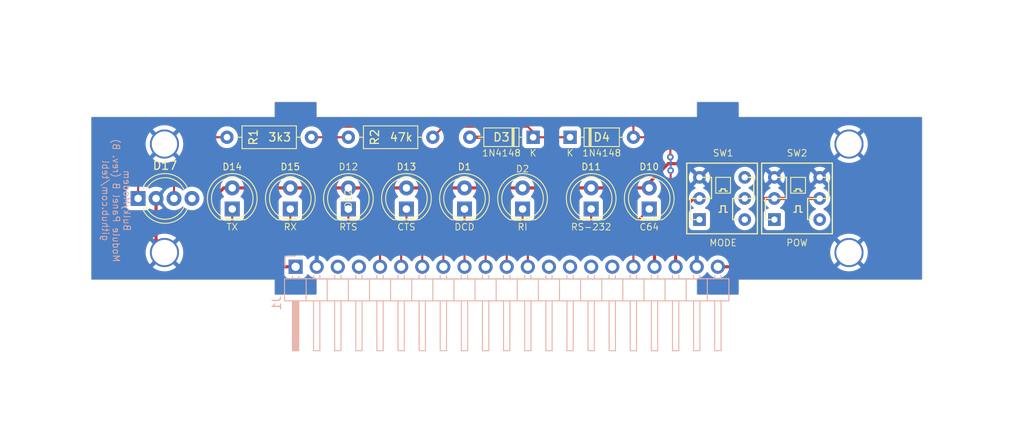
<source format=kicad_pcb>
(kicad_pcb (version 20240108) (generator "pcbnew") (generator_version "8.0")
  (layers (0 "F.Cu" signal) (31 "B.Cu" signal) (34 "B.Paste" user) (35 "F.Paste" user) (36 "B.SilkS" user "B.Silkscreen") (37 "F.SilkS" user "F.Silkscreen") (38 "B.Mask" user) (39 "F.Mask" user) (44 "Edge.Cuts" user))
  (net 0 "")
  (net 1 "GND")
  (net 2 "VCC")
  (net 3 "/LED.DCD")
  (net 4 "/LED.RI")
  (net 5 "Net-(D3-K)")
  (net 6 "/LED.C64")
  (net 7 "/LED.RS232")
  (net 8 "/LED.RTS")
  (net 9 "SW_MODE")
  (net 10 "SW_PWR")
  (net 11 "/LED.CTS")
  (net 12 "/LED.TX")
  (net 13 "/LED.RX")
  (net 14 "VSB")
  (net 15 "Net-(D17-GA)")
  (net 16 "Net-(D17-RA)")
  (footprint "mounting:M3_pin" (layer "F.Cu") (at 99.915 129.099)
    (property "Reference" "M1" (hide yes))
    (property "Value" "Mounting_Pin" (hide yes))
    (pad "1" thru_hole circle (at 0 0) (size 3.5 3.5) (drill 3.048) (layers "*.Cu" "*.Mask") (net 1 "GND"))
  )
  (footprint "mounting:M3_pin" (layer "F.Cu") (at 182.265 129.099)
    (property "Reference" "M2" (hide yes))
    (property "Value" "Mounting_Pin" (hide yes))
    (pad "1" thru_hole circle (at 0 0) (size 3.5 3.5) (drill 3.048) (layers "*.Cu" "*.Mask") (net 1 "GND"))
  )
  (footprint "mounting:M3_pin" (layer "F.Cu") (at 182.265 116.049)
    (property "Reference" "M3" (hide yes))
    (property "Value" "Mounting_Pin" (hide yes))
    (pad "1" thru_hole circle (at 0 0) (size 3.5 3.5) (drill 3.048) (layers "*.Cu" "*.Mask") (net 1 "GND"))
  )
  (footprint "mounting:M3_pin" (layer "F.Cu") (at 99.915 116.049)
    (property "Reference" "M4" (hide yes))
    (property "Value" "Mounting_Pin" (hide yes))
    (pad "1" thru_hole circle (at 0 0) (size 3.5 3.5) (drill 3.048) (layers "*.Cu" "*.Mask") (net 1 "GND"))
  )
  (footprint "LED_THT:LED_D5.0mm" (layer "F.Cu") (at 158.235 123.865 90)
    (property "Reference" "D10" (at 5.08 0 180) (layer "F.SilkS") (effects (font (size 0.8 0.8) (thickness 0.1))))
    (property "Value" "C64" (at -2.159 0 180) (layer "F.SilkS") (effects (font (size 0.8 0.8) (thickness 0.1))))
    (fp_line (start -1.29 -1.545) (end -1.29 1.545) (stroke (width 0.12)) (layer "F.SilkS"))
    (fp_arc (start -1.29 -1.54483) (mid 2.072002 -2.880433) (end 4.26 0.000462) (stroke (width 0.12)) (layer "F.SilkS"))
    (fp_arc (start 4.26 -0.000462) (mid 2.072002 2.880433) (end -1.29 1.54483) (stroke (width 0.12)) (layer "F.SilkS"))
    (fp_circle (center 1.27 0) (end 3.77 0) (stroke (width 0.12)) (fill none) (layer "F.SilkS"))
    (fp_text user "${REFERENCE}" (at 5.08 0 180) (layer "F.SilkS") (effects (font (size 0.8 0.8) (thickness 0.1))))
    (pad "1" thru_hole rect (at 0 0 90) (size 1.8 1.8) (drill 0.9) (layers "*.Cu" "*.Mask") (net 6 "/LED.C64"))
    (pad "2" thru_hole circle (at 2.54 0 90) (size 1.8 1.8) (drill 0.9) (layers "*.Cu" "*.Mask") (net 2 "VCC"))
  )
  (footprint "LED_THT:LED_D5.0mm" (layer "F.Cu") (at 151.25 123.865 90)
    (property "Reference" "D11" (at 5.08 0 180) (layer "F.SilkS") (effects (font (size 0.8 0.8) (thickness 0.1))))
    (property "Value" "RS-232" (at -2.159 0 180) (layer "F.SilkS") (effects (font (size 0.8 0.8) (thickness 0.1))))
    (fp_line (start -1.29 -1.545) (end -1.29 1.545) (stroke (width 0.12)) (layer "F.SilkS"))
    (fp_arc (start -1.29 -1.54483) (mid 2.072002 -2.880433) (end 4.26 0.000462) (stroke (width 0.12)) (layer "F.SilkS"))
    (fp_arc (start 4.26 -0.000462) (mid 2.072002 2.880433) (end -1.29 1.54483) (stroke (width 0.12)) (layer "F.SilkS"))
    (fp_circle (center 1.27 0) (end 3.77 0) (stroke (width 0.12)) (fill none) (layer "F.SilkS"))
    (fp_text user "${REFERENCE}" (at 5.08 0 180) (layer "F.SilkS") (effects (font (size 0.8 0.8) (thickness 0.1))))
    (pad "1" thru_hole rect (at 0 0 90) (size 1.8 1.8) (drill 0.9) (layers "*.Cu" "*.Mask") (net 7 "/LED.RS232"))
    (pad "2" thru_hole circle (at 2.54 0 90) (size 1.8 1.8) (drill 0.9) (layers "*.Cu" "*.Mask") (net 2 "VCC"))
  )
  (footprint "LED_THT:LED_D5.0mm" (layer "F.Cu") (at 122.04 123.865 90)
    (property "Reference" "D12" (at 5.08 0 180) (layer "F.SilkS") (effects (font (size 0.8 0.8) (thickness 0.1))))
    (property "Value" "RTS" (at -2.159 0 180) (layer "F.SilkS") (effects (font (size 0.8 0.8) (thickness 0.1))))
    (fp_line (start -1.29 -1.545) (end -1.29 1.545) (stroke (width 0.12)) (layer "F.SilkS"))
    (fp_arc (start -1.29 -1.54483) (mid 2.072002 -2.880433) (end 4.26 0.000462) (stroke (width 0.12)) (layer "F.SilkS"))
    (fp_arc (start 4.26 -0.000462) (mid 2.072002 2.880433) (end -1.29 1.54483) (stroke (width 0.12)) (layer "F.SilkS"))
    (fp_circle (center 1.27 0) (end 3.77 0) (stroke (width 0.12)) (fill none) (layer "F.SilkS"))
    (fp_text user "${REFERENCE}" (at 1.25 0 90) (layer "F.SilkS") (effects (font (size 0.8 0.8) (thickness 0.1))))
    (pad "1" thru_hole rect (at 0 0 90) (size 1.8 1.8) (drill 0.9) (layers "*.Cu" "*.Mask") (net 8 "/LED.RTS"))
    (pad "2" thru_hole circle (at 2.54 0 90) (size 1.8 1.8) (drill 0.9) (layers "*.Cu" "*.Mask") (net 2 "VCC"))
  )
  (footprint "LED_THT:LED_D5.0mm" (layer "F.Cu") (at 129.025 123.865 90)
    (property "Reference" "D13" (at 5.08 0 180) (layer "F.SilkS") (effects (font (size 0.8 0.8) (thickness 0.1))))
    (property "Value" "CTS" (at -2.159 0 180) (layer "F.SilkS") (effects (font (size 0.8 0.8) (thickness 0.1))))
    (fp_line (start -1.29 -1.545) (end -1.29 1.545) (stroke (width 0.12)) (layer "F.SilkS"))
    (fp_arc (start -1.29 -1.54483) (mid 2.072002 -2.880433) (end 4.26 0.000462) (stroke (width 0.12)) (layer "F.SilkS"))
    (fp_arc (start 4.26 -0.000462) (mid 2.072002 2.880433) (end -1.29 1.54483) (stroke (width 0.12)) (layer "F.SilkS"))
    (fp_circle (center 1.27 0) (end 3.77 0) (stroke (width 0.12)) (fill none) (layer "F.SilkS"))
    (fp_text user "${REFERENCE}" (at 5.08 0 180) (layer "F.SilkS") (effects (font (size 0.8 0.8) (thickness 0.1))))
    (pad "1" thru_hole rect (at 0 0 90) (size 1.8 1.8) (drill 0.9) (layers "*.Cu" "*.Mask") (net 11 "/LED.CTS"))
    (pad "2" thru_hole circle (at 2.54 0 90) (size 1.8 1.8) (drill 0.9) (layers "*.Cu" "*.Mask") (net 2 "VCC"))
  )
  (footprint "LED_THT:LED_D5.0mm" (layer "F.Cu") (at 115.055 123.865 90)
    (property "Reference" "D15" (at 5.08 0 180) (layer "F.SilkS") (effects (font (size 0.8 0.8) (thickness 0.1))))
    (property "Value" "RX" (at -2.159 0 180) (layer "F.SilkS") (effects (font (size 0.8 0.8) (thickness 0.1))))
    (fp_line (start -1.29 -1.545) (end -1.29 1.545) (stroke (width 0.12)) (layer "F.SilkS"))
    (fp_arc (start -1.29 -1.54483) (mid 2.072002 -2.880433) (end 4.26 0.000462) (stroke (width 0.12)) (layer "F.SilkS"))
    (fp_arc (start 4.26 -0.000462) (mid 2.072002 2.880433) (end -1.29 1.54483) (stroke (width 0.12)) (layer "F.SilkS"))
    (fp_circle (center 1.27 0) (end 3.77 0) (stroke (width 0.12)) (fill none) (layer "F.SilkS"))
    (fp_text user "${REFERENCE}" (at 5.08 0 180) (layer "F.SilkS") (effects (font (size 0.8 0.8) (thickness 0.1))))
    (pad "1" thru_hole rect (at 0 0 90) (size 1.8 1.8) (drill 0.9) (layers "*.Cu" "*.Mask") (net 13 "/LED.RX"))
    (pad "2" thru_hole circle (at 2.54 0 90) (size 1.8 1.8) (drill 0.9) (layers "*.Cu" "*.Mask") (net 2 "VCC"))
  )
  (footprint "6pin_switch:dpdt_switch_black" (layer "F.Cu") (at 166.998 122.595)
    (property "Reference" "SW1" (at 0.127 -5.461 0) (layer "F.SilkS") (effects (font (size 0.8 0.8) (thickness 0.1))))
    (property "Value" "MODE" (at 0.127 5.334 0) (layer "F.SilkS") (effects (font (size 0.8 0.8) (thickness 0.1))))
    (fp_line (start -4.25 -4.25) (end -4.25 4.25) (stroke (width 0.15)) (layer "F.SilkS"))
    (fp_line (start -4.25 -4.25) (end 4.25 -4.25) (stroke (width 0.15)) (layer "F.SilkS"))
    (fp_line (start -4.25 4.25) (end 4.25 4.25) (stroke (width 0.15)) (layer "F.SilkS"))
    (fp_line (start -3.81 0) (end -3.81 2.54) (stroke (width 0.15)) (layer "F.SilkS"))
    (fp_line (start -3.81 2.54) (end -3.175 2.54) (stroke (width 0.15)) (layer "F.SilkS"))
    (fp_line (start -3.175 0) (end -3.81 0) (stroke (width 0.15)) (layer "F.SilkS"))
    (fp_line (start -2.286 0) (end -1.27 0) (stroke (width 0.15)) (layer "F.SilkS"))
    (fp_line (start -1.27 -2.54) (end -2.286 -2.54) (stroke (width 0.15)) (layer "F.SilkS"))
    (fp_line (start -1.27 0) (end -1.27 -2.54) (stroke (width 0.15)) (layer "F.SilkS"))
    (fp_line (start -0.762 -2.54) (end 1.016 -2.54) (stroke (width 0.12)) (layer "F.SilkS"))
    (fp_line (start -0.762 -0.635) (end -0.762 -2.54) (stroke (width 0.12)) (layer "F.SilkS"))
    (fp_line (start -0.381 -0.889) (end -0.127 -0.889) (stroke (width 0.15)) (layer "F.SilkS"))
    (fp_line (start -0.381 1.651) (end -0.127 1.651) (stroke (width 0.15)) (layer "F.SilkS"))
    (fp_line (start -0.127 -1.143) (end 0.381 -1.143) (stroke (width 0.15)) (layer "F.SilkS"))
    (fp_line (start -0.127 -0.889) (end -0.127 -1.143) (stroke (width 0.15)) (layer "F.SilkS"))
    (fp_line (start -0.127 0.889) (end 0.381 0.889) (stroke (width 0.15)) (layer "F.SilkS"))
    (fp_line (start -0.127 1.651) (end -0.127 0.889) (stroke (width 0.15)) (layer "F.SilkS"))
    (fp_line (start 0.381 -1.143) (end 0.381 -0.889) (stroke (width 0.15)) (layer "F.SilkS"))
    (fp_line (start 0.381 -0.889) (end 0.635 -0.889) (stroke (width 0.15)) (layer "F.SilkS"))
    (fp_line (start 0.381 0.889) (end 0.381 1.651) (stroke (width 0.15)) (layer "F.SilkS"))
    (fp_line (start 0.381 1.651) (end 0.635 1.651) (stroke (width 0.15)) (layer "F.SilkS"))
    (fp_line (start 1.016 -2.54) (end 1.016 -0.635) (stroke (width 0.12)) (layer "F.SilkS"))
    (fp_line (start 1.016 -0.635) (end -0.762 -0.635) (stroke (width 0.12)) (layer "F.SilkS"))
    (fp_line (start 1.27 0) (end 1.27 2.54) (stroke (width 0.15)) (layer "F.SilkS"))
    (fp_line (start 1.27 2.54) (end 1.905 2.54) (stroke (width 0.15)) (layer "F.SilkS"))
    (fp_line (start 2.286 0) (end 1.27 0) (stroke (width 0.15)) (layer "F.SilkS"))
    (fp_line (start 3.175 -2.54) (end 3.81 -2.54) (stroke (width 0.15)) (layer "F.SilkS"))
    (fp_line (start 3.81 -2.54) (end 3.81 0) (stroke (width 0.15)) (layer "F.SilkS"))
    (fp_line (start 3.81 0) (end 3.175 0) (stroke (width 0.15)) (layer "F.SilkS"))
    (fp_line (start 4.25 -4.25) (end 4.25 4.25) (stroke (width 0.15)) (layer "F.SilkS"))
    (pad "1" thru_hole rect (at -2.725 2.54) (size 1.524 1.524) (drill 0.762) (layers "*.Cu" "*.Mask"))
    (pad "2" thru_hole circle (at -2.725 0) (size 1.524 1.524) (drill 0.762) (layers "*.Cu" "*.Mask") (net 9 "SW_MODE"))
    (pad "3" thru_hole circle (at -2.725 -2.54) (size 1.524 1.524) (drill 0.762) (layers "*.Cu" "*.Mask") (net 1 "GND"))
    (pad "4" thru_hole circle (at 2.725 2.54) (size 1.524 1.524) (drill 0.762) (layers "*.Cu" "*.Mask"))
    (pad "5" thru_hole circle (at 2.725 0) (size 1.524 1.524) (drill 0.762) (layers "*.Cu" "*.Mask"))
    (pad "6" thru_hole circle (at 2.725 -2.54) (size 1.524 1.524) (drill 0.762) (layers "*.Cu" "*.Mask"))
  )
  (footprint "6pin_switch:dpdt_switch_black" (layer "F.Cu") (at 176.015 122.595)
    (property "Reference" "SW2" (at 0 -5.461 0) (layer "F.SilkS") (effects (font (size 0.8 0.8) (thickness 0.1))))
    (property "Value" "POW" (at 0 5.334 0) (layer "F.SilkS") (effects (font (size 0.8 0.8) (thickness 0.1))))
    (fp_line (start -4.25 -4.25) (end -4.25 4.25) (stroke (width 0.15)) (layer "F.SilkS"))
    (fp_line (start -4.25 -4.25) (end 4.25 -4.25) (stroke (width 0.15)) (layer "F.SilkS"))
    (fp_line (start -4.25 4.25) (end 4.25 4.25) (stroke (width 0.15)) (layer "F.SilkS"))
    (fp_line (start -3.81 0) (end -3.81 2.54) (stroke (width 0.15)) (layer "F.SilkS"))
    (fp_line (start -3.81 2.54) (end -3.175 2.54) (stroke (width 0.15)) (layer "F.SilkS"))
    (fp_line (start -3.175 0) (end -3.81 0) (stroke (width 0.15)) (layer "F.SilkS"))
    (fp_line (start -2.286 0) (end -1.27 0) (stroke (width 0.15)) (layer "F.SilkS"))
    (fp_line (start -1.27 -2.54) (end -2.286 -2.54) (stroke (width 0.15)) (layer "F.SilkS"))
    (fp_line (start -1.27 0) (end -1.27 -2.54) (stroke (width 0.15)) (layer "F.SilkS"))
    (fp_line (start -0.762 -2.54) (end 1.016 -2.54) (stroke (width 0.12)) (layer "F.SilkS"))
    (fp_line (start -0.762 -0.635) (end -0.762 -2.54) (stroke (width 0.12)) (layer "F.SilkS"))
    (fp_line (start -0.381 -0.889) (end -0.127 -0.889) (stroke (width 0.15)) (layer "F.SilkS"))
    (fp_line (start -0.381 1.651) (end -0.127 1.651) (stroke (width 0.15)) (layer "F.SilkS"))
    (fp_line (start -0.127 -1.143) (end 0.381 -1.143) (stroke (width 0.15)) (layer "F.SilkS"))
    (fp_line (start -0.127 -0.889) (end -0.127 -1.143) (stroke (width 0.15)) (layer "F.SilkS"))
    (fp_line (start -0.127 0.889) (end 0.381 0.889) (stroke (width 0.15)) (layer "F.SilkS"))
    (fp_line (start -0.127 1.651) (end -0.127 0.889) (stroke (width 0.15)) (layer "F.SilkS"))
    (fp_line (start 0.381 -1.143) (end 0.381 -0.889) (stroke (width 0.15)) (layer "F.SilkS"))
    (fp_line (start 0.381 -0.889) (end 0.635 -0.889) (stroke (width 0.15)) (layer "F.SilkS"))
    (fp_line (start 0.381 0.889) (end 0.381 1.651) (stroke (width 0.15)) (layer "F.SilkS"))
    (fp_line (start 0.381 1.651) (end 0.635 1.651) (stroke (width 0.15)) (layer "F.SilkS"))
    (fp_line (start 1.016 -2.54) (end 1.016 -0.635) (stroke (width 0.12)) (layer "F.SilkS"))
    (fp_line (start 1.016 -0.635) (end -0.762 -0.635) (stroke (width 0.12)) (layer "F.SilkS"))
    (fp_line (start 1.27 0) (end 1.27 2.54) (stroke (width 0.15)) (layer "F.SilkS"))
    (fp_line (start 1.27 2.54) (end 1.905 2.54) (stroke (width 0.15)) (layer "F.SilkS"))
    (fp_line (start 2.286 0) (end 1.27 0) (stroke (width 0.15)) (layer "F.SilkS"))
    (fp_line (start 3.175 -2.54) (end 3.81 -2.54) (stroke (width 0.15)) (layer "F.SilkS"))
    (fp_line (start 3.81 -2.54) (end 3.81 0) (stroke (width 0.15)) (layer "F.SilkS"))
    (fp_line (start 3.81 0) (end 3.175 0) (stroke (width 0.15)) (layer "F.SilkS"))
    (fp_line (start 4.25 -4.25) (end 4.25 4.25) (stroke (width 0.15)) (layer "F.SilkS"))
    (pad "1" thru_hole rect (at -2.725 2.54) (size 1.524 1.524) (drill 0.762) (layers "*.Cu" "*.Mask"))
    (pad "2" thru_hole circle (at -2.725 0) (size 1.524 1.524) (drill 0.762) (layers "*.Cu" "*.Mask") (net 10 "SW_PWR"))
    (pad "3" thru_hole circle (at -2.725 -2.54) (size 1.524 1.524) (drill 0.762) (layers "*.Cu" "*.Mask") (net 1 "GND"))
    (pad "4" thru_hole circle (at 2.725 2.54) (size 1.524 1.524) (drill 0.762) (layers "*.Cu" "*.Mask"))
    (pad "5" thru_hole circle (at 2.725 0) (size 1.524 1.524) (drill 0.762) (layers "*.Cu" "*.Mask") (net 10 "SW_PWR"))
    (pad "6" thru_hole circle (at 2.725 -2.54) (size 1.524 1.524) (drill 0.762) (layers "*.Cu" "*.Mask") (net 1 "GND"))
  )
  (footprint "LED_THT:LED_D5.0mm" (layer "F.Cu") (at 136.01 123.865 90)
    (property "Reference" "D1" (at 5.08 0 180) (layer "F.SilkS") (effects (font (size 0.8 0.8) (thickness 0.1))))
    (property "Value" "DCD" (at -2.159 0 180) (layer "F.SilkS") (effects (font (size 0.8 0.8) (thickness 0.1))))
    (fp_line (start -1.29 -1.545) (end -1.29 1.545) (stroke (width 0.12)) (layer "F.SilkS"))
    (fp_arc (start -1.29 -1.54483) (mid 2.072002 -2.880433) (end 4.26 0.000462) (stroke (width 0.12)) (layer "F.SilkS"))
    (fp_arc (start 4.26 -0.000462) (mid 2.072002 2.880433) (end -1.29 1.54483) (stroke (width 0.12)) (layer "F.SilkS"))
    (fp_circle (center 1.27 0) (end 3.77 0) (stroke (width 0.12)) (fill none) (layer "F.SilkS"))
    (fp_text user "${REFERENCE}" (at 5.08 0 180) (layer "F.SilkS") (effects (font (size 0.8 0.8) (thickness 0.1))))
    (pad "1" thru_hole rect (at 0 0 90) (size 1.8 1.8) (drill 0.9) (layers "*.Cu" "*.Mask") (net 3 "/LED.DCD"))
    (pad "2" thru_hole circle (at 2.54 0 90) (size 1.8 1.8) (drill 0.9) (layers "*.Cu" "*.Mask") (net 2 "VCC"))
  )
  (footprint "LED_THT:LED_D5.0mm" (layer "F.Cu") (at 142.995 123.865 90)
    (property "Reference" "D2" (at 4.826 0 180) (layer "F.SilkS") (effects (font (size 0.8 0.8) (thickness 0.1))))
    (property "Value" "RI" (at -2.159 0 180) (layer "F.SilkS") (effects (font (size 0.8 0.8) (thickness 0.1))))
    (fp_line (start -1.29 -1.545) (end -1.29 1.545) (stroke (width 0.12)) (layer "F.SilkS"))
    (fp_arc (start -1.29 -1.54483) (mid 2.072002 -2.880433) (end 4.26 0.000462) (stroke (width 0.12)) (layer "F.SilkS"))
    (fp_arc (start 4.26 -0.000462) (mid 2.072002 2.880433) (end -1.29 1.54483) (stroke (width 0.12)) (layer "F.SilkS"))
    (fp_circle (center 1.27 0) (end 3.77 0) (stroke (width 0.12)) (fill none) (layer "F.SilkS"))
    (pad "1" thru_hole rect (at 0 0 90) (size 1.8 1.8) (drill 0.9) (layers "*.Cu" "*.Mask") (net 4 "/LED.RI"))
    (pad "2" thru_hole circle (at 2.54 0 90) (size 1.8 1.8) (drill 0.9) (layers "*.Cu" "*.Mask") (net 2 "VCC"))
  )
  (footprint "LED_THT:LED_D5.0mm" (layer "F.Cu") (at 108.07 123.865 90)
    (property "Reference" "D14" (at 5.08 0 180) (layer "F.SilkS") (effects (font (size 0.8 0.8) (thickness 0.1))))
    (property "Value" "TX" (at -2.159 0 180) (layer "F.SilkS") (effects (font (size 0.8 0.8) (thickness 0.1))))
    (fp_line (start -1.29 -1.545) (end -1.29 1.545) (stroke (width 0.12)) (layer "F.SilkS"))
    (fp_arc (start -1.29 -1.54483) (mid 2.072002 -2.880433) (end 4.26 0.000462) (stroke (width 0.12)) (layer "F.SilkS"))
    (fp_arc (start 4.26 -0.000462) (mid 2.072002 2.880433) (end -1.29 1.54483) (stroke (width 0.12)) (layer "F.SilkS"))
    (fp_circle (center 1.27 0) (end 3.77 0) (stroke (width 0.12)) (fill none) (layer "F.SilkS"))
    (fp_text user "${REFERENCE}" (at 5.08 0 180) (layer "F.SilkS") (effects (font (size 0.8 0.8) (thickness 0.1))))
    (pad "1" thru_hole rect (at 0 0 90) (size 1.8 1.8) (drill 0.9) (layers "*.Cu" "*.Mask") (net 12 "/LED.TX"))
    (pad "2" thru_hole circle (at 2.54 0 90) (size 1.8 1.8) (drill 0.9) (layers "*.Cu" "*.Mask") (net 2 "VCC"))
  )
  (footprint "Diode_THT:D_DO-35_SOD27_P7.62mm_Horizontal" (layer "F.Cu") (at 144.265 115.229 180)
    (property "Reference" "D3" (at 3.81 0 0) (layer "F.SilkS"))
    (property "Value" "1N4148" (at 3.81 -1.905 0) (layer "F.SilkS") (effects (font (size 0.8 0.8) (thickness 0.1))))
    (fp_line (start 6.58 0) (end 5.93 0) (stroke (width 0.12)) (layer "F.SilkS"))
    (fp_line (start 5.93 1.12) (end 5.93 -1.12) (stroke (width 0.12)) (layer "F.SilkS"))
    (fp_line (start 5.93 -1.12) (end 1.69 -1.12) (stroke (width 0.12)) (layer "F.SilkS"))
    (fp_line (start 2.53 -1.12) (end 2.53 1.12) (stroke (width 0.12)) (layer "F.SilkS"))
    (fp_line (start 2.41 -1.12) (end 2.41 1.12) (stroke (width 0.12)) (layer "F.SilkS"))
    (fp_line (start 2.29 -1.12) (end 2.29 1.12) (stroke (width 0.12)) (layer "F.SilkS"))
    (fp_line (start 1.69 1.12) (end 5.93 1.12) (stroke (width 0.12)) (layer "F.SilkS"))
    (fp_line (start 1.69 -1.12) (end 1.69 1.12) (stroke (width 0.12)) (layer "F.SilkS"))
    (fp_line (start 1.04 0) (end 1.69 0) (stroke (width 0.12)) (layer "F.SilkS"))
    (fp_text user "K" (at 0 -1.905 0) (layer "F.SilkS") (effects (font (size 0.8 0.8) (thickness 0.1))))
    (pad "1" thru_hole rect (at 0 0 180) (size 1.6 1.6) (drill 0.8) (layers "*.Cu" "*.Mask") (net 5 "Net-(D3-K)"))
    (pad "2" thru_hole oval (at 7.62 0 180) (size 1.6 1.6) (drill 0.8) (layers "*.Cu" "*.Mask") (net 2 "VCC"))
  )
  (footprint "Diode_THT:D_DO-35_SOD27_P7.62mm_Horizontal" (layer "F.Cu") (at 148.71 115.229)
    (property "Reference" "D4" (at 3.81 0 0) (layer "F.SilkS"))
    (property "Value" "1N4148" (at 3.81 1.905 0) (layer "F.SilkS") (effects (font (size 0.8 0.8) (thickness 0.1))))
    (fp_line (start 1.04 0) (end 1.69 0) (stroke (width 0.12)) (layer "F.SilkS"))
    (fp_line (start 1.69 -1.12) (end 1.69 1.12) (stroke (width 0.12)) (layer "F.SilkS"))
    (fp_line (start 1.69 1.12) (end 5.93 1.12) (stroke (width 0.12)) (layer "F.SilkS"))
    (fp_line (start 2.29 -1.12) (end 2.29 1.12) (stroke (width 0.12)) (layer "F.SilkS"))
    (fp_line (start 2.41 -1.12) (end 2.41 1.12) (stroke (width 0.12)) (layer "F.SilkS"))
    (fp_line (start 2.53 -1.12) (end 2.53 1.12) (stroke (width 0.12)) (layer "F.SilkS"))
    (fp_line (start 5.93 -1.12) (end 1.69 -1.12) (stroke (width 0.12)) (layer "F.SilkS"))
    (fp_line (start 5.93 1.12) (end 5.93 -1.12) (stroke (width 0.12)) (layer "F.SilkS"))
    (fp_line (start 6.58 0) (end 5.93 0) (stroke (width 0.12)) (layer "F.SilkS"))
    (fp_text user "K" (at 0 1.905 0) (layer "F.SilkS") (effects (font (size 0.8 0.8) (thickness 0.1))))
    (pad "1" thru_hole rect (at 0 0) (size 1.6 1.6) (drill 0.8) (layers "*.Cu" "*.Mask") (net 5 "Net-(D3-K)"))
    (pad "2" thru_hole oval (at 7.62 0) (size 1.6 1.6) (drill 0.8) (layers "*.Cu" "*.Mask") (net 14 "VSB"))
  )
  (footprint "Resistor_THT:R_Axial_DIN0207_L6.3mm_D2.5mm_P10.16mm_Horizontal" (layer "F.Cu") (at 117.595 115.229 180)
    (property "Reference" "R1" (at 6.985 0 90) (layer "F.SilkS"))
    (property "Value" "3k3" (at 3.81 0 0) (layer "F.SilkS"))
    (fp_line (start 9.12 0) (end 8.35 0) (stroke (width 0.12)) (layer "F.SilkS"))
    (fp_line (start 8.35 1.37) (end 8.35 -1.37) (stroke (width 0.12)) (layer "F.SilkS"))
    (fp_line (start 8.35 -1.37) (end 1.81 -1.37) (stroke (width 0.12)) (layer "F.SilkS"))
    (fp_line (start 1.81 1.37) (end 8.35 1.37) (stroke (width 0.12)) (layer "F.SilkS"))
    (fp_line (start 1.81 -1.37) (end 1.81 1.37) (stroke (width 0.12)) (layer "F.SilkS"))
    (fp_line (start 1.04 0) (end 1.81 0) (stroke (width 0.12)) (layer "F.SilkS"))
    (pad "1" thru_hole circle (at 0 0 180) (size 1.6 1.6) (drill 0.8) (layers "*.Cu" "*.Mask") (net 5 "Net-(D3-K)"))
    (pad "2" thru_hole oval (at 10.16 0 180) (size 1.6 1.6) (drill 0.8) (layers "*.Cu" "*.Mask") (net 16 "Net-(D17-RA)"))
  )
  (footprint "Resistor_THT:R_Axial_DIN0207_L6.3mm_D2.5mm_P10.16mm_Horizontal" (layer "F.Cu") (at 132.2 115.229 180)
    (property "Reference" "R2" (at 6.985 0 90) (layer "F.SilkS"))
    (property "Value" "47k" (at 3.81 0 0) (layer "F.SilkS"))
    (fp_line (start 9.12 0) (end 8.35 0) (stroke (width 0.12)) (layer "F.SilkS"))
    (fp_line (start 8.35 1.37) (end 8.35 -1.37) (stroke (width 0.12)) (layer "F.SilkS"))
    (fp_line (start 8.35 -1.37) (end 1.81 -1.37) (stroke (width 0.12)) (layer "F.SilkS"))
    (fp_line (start 1.81 1.37) (end 8.35 1.37) (stroke (width 0.12)) (layer "F.SilkS"))
    (fp_line (start 1.81 -1.37) (end 1.81 1.37) (stroke (width 0.12)) (layer "F.SilkS"))
    (fp_line (start 1.04 0) (end 1.81 0) (stroke (width 0.12)) (layer "F.SilkS"))
    (pad "1" thru_hole circle (at 0 0 180) (size 1.6 1.6) (drill 0.8) (layers "*.Cu" "*.Mask") (net 14 "VSB"))
    (pad "2" thru_hole oval (at 10.16 0 180) (size 1.6 1.6) (drill 0.8) (layers "*.Cu" "*.Mask") (net 15 "Net-(D17-GA)"))
  )
  (footprint "LED_THT:LED_D5.0mm-4_RGB_Wide_Pins" (layer "F.Cu") (at 96.745 122.595)
    (property "Reference" "D17" (at 3.2385 -3.96 0) (layer "F.SilkS"))
    (property "Value" "LED_RGBC")
    (fp_line (start 0.6785 -1.545) (end 0.6785 -1.08) (stroke (width 0.12)) (layer "F.SilkS"))
    (fp_line (start 0.6785 1.08) (end 0.6785 1.545) (stroke (width 0.12)) (layer "F.SilkS"))
    (fp_arc (start 0.6785 -1.54483) (mid 3.496956 -2.978809) (end 6.026315 -1.080827) (stroke (width 0.12)) (layer "F.SilkS"))
    (fp_arc (start 0.983816 -1.08) (mid 3.238262 -2.5) (end 5.492979 -1.080429) (stroke (width 0.12)) (layer "F.SilkS"))
    (fp_arc (start 5.492979 1.080429) (mid 3.238262 2.5) (end 0.983816 1.08) (stroke (width 0.12)) (layer "F.SilkS"))
    (fp_arc (start 6.026315 1.080827) (mid 3.496956 2.978808) (end 0.6785 1.54483) (stroke (width 0.12)) (layer "F.SilkS"))
    (pad "1" thru_hole rect (at 0 0) (size 1.8 1.8) (drill 0.9) (layers "*.Cu" "*.Mask") (net 16 "Net-(D17-RA)"))
    (pad "2" thru_hole circle (at 2.159 0) (size 1.8 1.8) (drill 0.9) (layers "*.Cu" "*.Mask") (net 1 "GND"))
    (pad "3" thru_hole circle (at 4.318 0) (size 1.8 1.8) (drill 0.9) (layers "*.Cu" "*.Mask") (net 15 "Net-(D17-GA)"))
    (pad "4" thru_hole circle (at 6.477 0) (size 1.8 1.8) (drill 0.9) (layers "*.Cu" "*.Mask"))
  )
  (footprint "Connector_PinHeader_2.54mm:PinHeader_1x21_P2.54mm_Horizontal" (layer "B.Cu") (at 115.69 130.81 -90)
    (property "Reference" "J1" (at 4.385 2.27 90) (layer "B.SilkS") (effects (justify mirror)))
    (property "Value" "Front Panel")
    (fp_line (start 1.44 1.33) (end 4.1 1.33) (stroke (width 0.12)) (layer "B.SilkS"))
    (fp_line (start 4.1 1.33) (end 4.1 -52.13) (stroke (width 0.12)) (layer "B.SilkS"))
    (fp_line (start -1.27 1.27) (end -1.27 0) (stroke (width 0.12)) (layer "B.SilkS"))
    (fp_line (start 0 1.27) (end -1.27 1.27) (stroke (width 0.12)) (layer "B.SilkS"))
    (fp_line (start 1.44 0.38) (end 1.11 0.38) (stroke (width 0.12)) (layer "B.SilkS"))
    (fp_line (start 10.1 0.38) (end 4.1 0.38) (stroke (width 0.12)) (layer "B.SilkS"))
    (fp_line (start 10.1 0.32) (end 4.1 0.32) (stroke (width 0.12)) (layer "B.SilkS"))
    (fp_line (start 10.1 0.2) (end 4.1 0.2) (stroke (width 0.12)) (layer "B.SilkS"))
    (fp_line (start 10.1 0.08) (end 4.1 0.08) (stroke (width 0.12)) (layer "B.SilkS"))
    (fp_line (start 10.1 -0.04) (end 4.1 -0.04) (stroke (width 0.12)) (layer "B.SilkS"))
    (fp_line (start 10.1 -0.16) (end 4.1 -0.16) (stroke (width 0.12)) (layer "B.SilkS"))
    (fp_line (start 10.1 -0.28) (end 4.1 -0.28) (stroke (width 0.12)) (layer "B.SilkS"))
    (fp_line (start 1.44 -0.38) (end 1.11 -0.38) (stroke (width 0.12)) (layer "B.SilkS"))
    (fp_line (start 4.1 -0.38) (end 10.1 -0.38) (stroke (width 0.12)) (layer "B.SilkS"))
    (fp_line (start 10.1 -0.38) (end 10.1 0.38) (stroke (width 0.12)) (layer "B.SilkS"))
    (fp_line (start 4.1 -1.27) (end 1.44 -1.27) (stroke (width 0.12)) (layer "B.SilkS"))
    (fp_line (start 1.44 -2.16) (end 1.042929 -2.16) (stroke (width 0.12)) (layer "B.SilkS"))
    (fp_line (start 10.1 -2.16) (end 4.1 -2.16) (stroke (width 0.12)) (layer "B.SilkS"))
    (fp_line (start 1.44 -2.92) (end 1.042929 -2.92) (stroke (width 0.12)) (layer "B.SilkS"))
    (fp_line (start 4.1 -2.92) (end 10.1 -2.92) (stroke (width 0.12)) (layer "B.SilkS"))
    (fp_line (start 10.1 -2.92) (end 10.1 -2.16) (stroke (width 0.12)) (layer "B.SilkS"))
    (fp_line (start 4.1 -3.81) (end 1.44 -3.81) (stroke (width 0.12)) (layer "B.SilkS"))
    (fp_line (start 1.44 -4.7) (end 1.042929 -4.7) (stroke (width 0.12)) (layer "B.SilkS"))
    (fp_line (start 10.1 -4.7) (end 4.1 -4.7) (stroke (width 0.12)) (layer "B.SilkS"))
    (fp_line (start 1.44 -5.46) (end 1.042929 -5.46) (stroke (width 0.12)) (layer "B.SilkS"))
    (fp_line (start 4.1 -5.46) (end 10.1 -5.46) (stroke (width 0.12)) (layer "B.SilkS"))
    (fp_line (start 10.1 -5.46) (end 10.1 -4.7) (stroke (width 0.12)) (layer "B.SilkS"))
    (fp_line (start 4.1 -6.35) (end 1.44 -6.35) (stroke (width 0.12)) (layer "B.SilkS"))
    (fp_line (start 1.44 -7.24) (end 1.042929 -7.24) (stroke (width 0.12)) (layer "B.SilkS"))
    (fp_line (start 10.1 -7.24) (end 4.1 -7.24) (stroke (width 0.12)) (layer "B.SilkS"))
    (fp_line (start 1.44 -8) (end 1.042929 -8) (stroke (width 0.12)) (layer "B.SilkS"))
    (fp_line (start 4.1 -8) (end 10.1 -8) (stroke (width 0.12)) (layer "B.SilkS"))
    (fp_line (start 10.1 -8) (end 10.1 -7.24) (stroke (width 0.12)) (layer "B.SilkS"))
    (fp_line (start 4.1 -8.89) (end 1.44 -8.89) (stroke (width 0.12)) (layer "B.SilkS"))
    (fp_line (start 1.44 -9.78) (end 1.042929 -9.78) (stroke (width 0.12)) (layer "B.SilkS"))
    (fp_line (start 10.1 -9.78) (end 4.1 -9.78) (stroke (width 0.12)) (layer "B.SilkS"))
    (fp_line (start 1.44 -10.54) (end 1.042929 -10.54) (stroke (width 0.12)) (layer "B.SilkS"))
    (fp_line (start 4.1 -10.54) (end 10.1 -10.54) (stroke (width 0.12)) (layer "B.SilkS"))
    (fp_line (start 10.1 -10.54) (end 10.1 -9.78) (stroke (width 0.12)) (layer "B.SilkS"))
    (fp_line (start 4.1 -11.43) (end 1.44 -11.43) (stroke (width 0.12)) (layer "B.SilkS"))
    (fp_line (start 1.44 -12.32) (end 1.042929 -12.32) (stroke (width 0.12)) (layer "B.SilkS"))
    (fp_line (start 10.1 -12.32) (end 4.1 -12.32) (stroke (width 0.12)) (layer "B.SilkS"))
    (fp_line (start 1.44 -13.08) (end 1.042929 -13.08) (stroke (width 0.12)) (layer "B.SilkS"))
    (fp_line (start 4.1 -13.08) (end 10.1 -13.08) (stroke (width 0.12)) (layer "B.SilkS"))
    (fp_line (start 10.1 -13.08) (end 10.1 -12.32) (stroke (width 0.12)) (layer "B.SilkS"))
    (fp_line (start 4.1 -13.97) (end 1.44 -13.97) (stroke (width 0.12)) (layer "B.SilkS"))
    (fp_line (start 1.44 -14.86) (end 1.042929 -14.86) (stroke (width 0.12)) (layer "B.SilkS"))
    (fp_line (start 10.1 -14.86) (end 4.1 -14.86) (stroke (width 0.12)) (layer "B.SilkS"))
    (fp_line (start 1.44 -15.62) (end 1.042929 -15.62) (stroke (width 0.12)) (layer "B.SilkS"))
    (fp_line (start 4.1 -15.62) (end 10.1 -15.62) (stroke (width 0.12)) (layer "B.SilkS"))
    (fp_line (start 10.1 -15.62) (end 10.1 -14.86) (stroke (width 0.12)) (layer "B.SilkS"))
    (fp_line (start 4.1 -16.51) (end 1.44 -16.51) (stroke (width 0.12)) (layer "B.SilkS"))
    (fp_line (start 1.44 -17.4) (end 1.042929 -17.4) (stroke (width 0.12)) (layer "B.SilkS"))
    (fp_line (start 10.1 -17.4) (end 4.1 -17.4) (stroke (width 0.12)) (layer "B.SilkS"))
    (fp_line (start 1.44 -18.16) (end 1.042929 -18.16) (stroke (width 0.12)) (layer "B.SilkS"))
    (fp_line (start 4.1 -18.16) (end 10.1 -18.16) (stroke (width 0.12)) (layer "B.SilkS"))
    (fp_line (start 10.1 -18.16) (end 10.1 -17.4) (stroke (width 0.12)) (layer "B.SilkS"))
    (fp_line (start 4.1 -19.05) (end 1.44 -19.05) (stroke (width 0.12)) (layer "B.SilkS"))
    (fp_line (start 1.44 -19.94) (end 1.042929 -19.94) (stroke (width 0.12)) (layer "B.SilkS"))
    (fp_line (start 10.1 -19.94) (end 4.1 -19.94) (stroke (width 0.12)) (layer "B.SilkS"))
    (fp_line (start 1.44 -20.7) (end 1.042929 -20.7) (stroke (width 0.12)) (layer "B.SilkS"))
    (fp_line (start 4.1 -20.7) (end 10.1 -20.7) (stroke (width 0.12)) (layer "B.SilkS"))
    (fp_line (start 10.1 -20.7) (end 10.1 -19.94) (stroke (width 0.12)) (layer "B.SilkS"))
    (fp_line (start 4.1 -21.59) (end 1.44 -21.59) (stroke (width 0.12)) (layer "B.SilkS"))
    (fp_line (start 1.44 -22.48) (end 1.042929 -22.48) (stroke (width 0.12)) (layer "B.SilkS"))
    (fp_line (start 10.1 -22.48) (end 4.1 -22.48) (stroke (width 0.12)) (layer "B.SilkS"))
    (fp_line (start 1.44 -23.24) (end 1.042929 -23.24) (stroke (width 0.12)) (layer "B.SilkS"))
    (fp_line (start 4.1 -23.24) (end 10.1 -23.24) (stroke (width 0.12)) (layer "B.SilkS"))
    (fp_line (start 10.1 -23.24) (end 10.1 -22.48) (stroke (width 0.12)) (layer "B.SilkS"))
    (fp_line (start 4.1 -24.13) (end 1.44 -24.13) (stroke (width 0.12)) (layer "B.SilkS"))
    (fp_line (start 1.44 -25.02) (end 1.042929 -25.02) (stroke (width 0.12)) (layer "B.SilkS"))
    (fp_line (start 10.1 -25.02) (end 4.1 -25.02) (stroke (width 0.12)) (layer "B.SilkS"))
    (fp_line (start 1.44 -25.78) (end 1.042929 -25.78) (stroke (width 0.12)) (layer "B.SilkS"))
    (fp_line (start 4.1 -25.78) (end 10.1 -25.78) (stroke (width 0.12)) (layer "B.SilkS"))
    (fp_line (start 10.1 -25.78) (end 10.1 -25.02) (stroke (width 0.12)) (layer "B.SilkS"))
    (fp_line (start 4.1 -26.67) (end 1.44 -26.67) (stroke (width 0.12)) (layer "B.SilkS"))
    (fp_line (start 1.44 -27.56) (end 1.042929 -27.56) (stroke (width 0.12)) (layer "B.SilkS"))
    (fp_line (start 10.1 -27.56) (end 4.1 -27.56) (stroke (width 0.12)) (layer "B.SilkS"))
    (fp_line (start 1.44 -28.32) (end 1.042929 -28.32) (stroke (width 0.12)) (layer "B.SilkS"))
    (fp_line (start 4.1 -28.32) (end 10.1 -28.32) (stroke (width 0.12)) (layer "B.SilkS"))
    (fp_line (start 10.1 -28.32) (end 10.1 -27.56) (stroke (width 0.12)) (layer "B.SilkS"))
    (fp_line (start 4.1 -29.21) (end 1.44 -29.21) (stroke (width 0.12)) (layer "B.SilkS"))
    (fp_line (start 1.44 -30.1) (end 1.042929 -30.1) (stroke (width 0.12)) (layer "B.SilkS"))
    (fp_line (start 10.1 -30.1) (end 4.1 -30.1) (stroke (width 0.12)) (layer "B.SilkS"))
    (fp_line (start 1.44 -30.86) (end 1.042929 -30.86) (stroke (width 0.12)) (layer "B.SilkS"))
    (fp_line (start 4.1 -30.86) (end 10.1 -30.86) (stroke (width 0.12)) (layer "B.SilkS"))
    (fp_line (start 10.1 -30.86) (end 10.1 -30.1) (stroke (width 0.12)) (layer "B.SilkS"))
    (fp_line (start 4.1 -31.75) (end 1.44 -31.75) (stroke (width 0.12)) (layer "B.SilkS"))
    (fp_line (start 1.44 -32.64) (end 1.042929 -32.64) (stroke (width 0.12)) (layer "B.SilkS"))
    (fp_line (start 10.1 -32.64) (end 4.1 -32.64) (stroke (width 0.12)) (layer "B.SilkS"))
    (fp_line (start 1.44 -33.4) (end 1.042929 -33.4) (stroke (width 0.12)) (layer "B.SilkS"))
    (fp_line (start 4.1 -33.4) (end 10.1 -33.4) (stroke (width 0.12)) (layer "B.SilkS"))
    (fp_line (start 10.1 -33.4) (end 10.1 -32.64) (stroke (width 0.12)) (layer "B.SilkS"))
    (fp_line (start 4.1 -34.29) (end 1.44 -34.29) (stroke (width 0.12)) (layer "B.SilkS"))
    (fp_line (start 1.44 -35.18) (end 1.042929 -35.18) (stroke (width 0.12)) (layer "B.SilkS"))
    (fp_line (start 10.1 -35.18) (end 4.1 -35.18) (stroke (width 0.12)) (layer "B.SilkS"))
    (fp_line (start 1.44 -35.94) (end 1.042929 -35.94) (stroke (width 0.12)) (layer "B.SilkS"))
    (fp_line (start 4.1 -35.94) (end 10.1 -35.94) (stroke (width 0.12)) (layer "B.SilkS"))
    (fp_line (start 10.1 -35.94) (end 10.1 -35.18) (stroke (width 0.12)) (layer "B.SilkS"))
    (fp_line (start 4.1 -36.83) (end 1.44 -36.83) (stroke (width 0.12)) (layer "B.SilkS"))
    (fp_line (start 1.44 -37.72) (end 1.042929 -37.72) (stroke (width 0.12)) (layer "B.SilkS"))
    (fp_line (start 10.1 -37.72) (end 4.1 -37.72) (stroke (width 0.12)) (layer "B.SilkS"))
    (fp_line (start 1.44 -38.48) (end 1.042929 -38.48) (stroke (width 0.12)) (layer "B.SilkS"))
    (fp_line (start 4.1 -38.48) (end 10.1 -38.48) (stroke (width 0.12)) (layer "B.SilkS"))
    (fp_line (start 10.1 -38.48) (end 10.1 -37.72) (stroke (width 0.12)) (layer "B.SilkS"))
    (fp_line (start 4.1 -39.37) (end 1.44 -39.37) (stroke (width 0.12)) (layer "B.SilkS"))
    (fp_line (start 1.44 -40.26) (end 1.042929 -40.26) (stroke (width 0.12)) (layer "B.SilkS"))
    (fp_line (start 10.1 -40.26) (end 4.1 -40.26) (stroke (width 0.12)) (layer "B.SilkS"))
    (fp_line (start 1.44 -41.02) (end 1.042929 -41.02) (stroke (width 0.12)) (layer "B.SilkS"))
    (fp_line (start 4.1 -41.02) (end 10.1 -41.02) (stroke (width 0.12)) (layer "B.SilkS"))
    (fp_line (start 10.1 -41.02) (end 10.1 -40.26) (stroke (width 0.12)) (layer "B.SilkS"))
    (fp_line (start 4.1 -41.91) (end 1.44 -41.91) (stroke (width 0.12)) (layer "B.SilkS"))
    (fp_line (start 1.44 -42.8) (end 1.042929 -42.8) (stroke (width 0.12)) (layer "B.SilkS"))
    (fp_line (start 10.1 -42.8) (end 4.1 -42.8) (stroke (width 0.12)) (layer "B.SilkS"))
    (fp_line (start 1.44 -43.56) (end 1.042929 -43.56) (stroke (width 0.12)) (layer "B.SilkS"))
    (fp_line (start 4.1 -43.56) (end 10.1 -43.56) (stroke (width 0.12)) (layer "B.SilkS"))
    (fp_line (start 10.1 -43.56) (end 10.1 -42.8) (stroke (width 0.12)) (layer "B.SilkS"))
    (fp_line (start 4.1 -44.45) (end 1.44 -44.45) (stroke (width 0.12)) (layer "B.SilkS"))
    (fp_line (start 1.44 -45.34) (end 1.042929 -45.34) (stroke (width 0.12)) (layer "B.SilkS"))
    (fp_line (start 10.1 -45.34) (end 4.1 -45.34) (stroke (width 0.12)) (layer "B.SilkS"))
    (fp_line (start 1.44 -46.1) (end 1.042929 -46.1) (stroke (width 0.12)) (layer "B.SilkS"))
    (fp_line (start 4.1 -46.1) (end 10.1 -46.1) (stroke (width 0.12)) (layer "B.SilkS"))
    (fp_line (start 10.1 -46.1) (end 10.1 -45.34) (stroke (width 0.12)) (layer "B.SilkS"))
    (fp_line (start 4.1 -46.99) (end 1.44 -46.99) (stroke (width 0.12)) (layer "B.SilkS"))
    (fp_line (start 1.44 -47.88) (end 1.042929 -47.88) (stroke (width 0.12)) (layer "B.SilkS"))
    (fp_line (start 10.1 -47.88) (end 4.1 -47.88) (stroke (width 0.12)) (layer "B.SilkS"))
    (fp_line (start 1.44 -48.64) (end 1.042929 -48.64) (stroke (width 0.12)) (layer "B.SilkS"))
    (fp_line (start 4.1 -48.64) (end 10.1 -48.64) (stroke (width 0.12)) (layer "B.SilkS"))
    (fp_line (start 10.1 -48.64) (end 10.1 -47.88) (stroke (width 0.12)) (layer "B.SilkS"))
    (fp_line (start 4.1 -49.53) (end 1.44 -49.53) (stroke (width 0.12)) (layer "B.SilkS"))
    (fp_line (start 1.44 -50.42) (end 1.042929 -50.42) (stroke (width 0.12)) (layer "B.SilkS"))
    (fp_line (start 10.1 -50.42) (end 4.1 -50.42) (stroke (width 0.12)) (layer "B.SilkS"))
    (fp_line (start 1.44 -51.18) (end 1.042929 -51.18) (stroke (width 0.12)) (layer "B.SilkS"))
    (fp_line (start 4.1 -51.18) (end 10.1 -51.18) (stroke (width 0.12)) (layer "B.SilkS"))
    (fp_line (start 10.1 -51.18) (end 10.1 -50.42) (stroke (width 0.12)) (layer "B.SilkS"))
    (fp_line (start 1.44 -52.13) (end 1.44 1.33) (stroke (width 0.12)) (layer "B.SilkS"))
    (fp_line (start 4.1 -52.13) (end 1.44 -52.13) (stroke (width 0.12)) (layer "B.SilkS"))
    (pad "1" thru_hole rect (at 0 0 270) (size 1.7 1.7) (drill 1) (layers "*.Cu" "*.Mask") (net 2 "VCC"))
    (pad "2" thru_hole oval (at 0 -2.54 270) (size 1.7 1.7) (drill 1) (layers "*.Cu" "*.Mask") (net 1 "GND"))
    (pad "3" thru_hole oval (at 0 -5.08 270) (size 1.7 1.7) (drill 1) (layers "*.Cu" "*.Mask"))
    (pad "4" thru_hole oval (at 0 -7.62 270) (size 1.7 1.7) (drill 1) (layers "*.Cu" "*.Mask"))
    (pad "5" thru_hole oval (at 0 -10.16 270) (size 1.7 1.7) (drill 1) (layers "*.Cu" "*.Mask") (net 12 "/LED.TX"))
    (pad "6" thru_hole oval (at 0 -12.7 270) (size 1.7 1.7) (drill 1) (layers "*.Cu" "*.Mask") (net 13 "/LED.RX"))
    (pad "7" thru_hole oval (at 0 -15.24 270) (size 1.7 1.7) (drill 1) (layers "*.Cu" "*.Mask") (net 8 "/LED.RTS"))
    (pad "8" thru_hole oval (at 0 -17.78 270) (size 1.7 1.7) (drill 1) (layers "*.Cu" "*.Mask") (net 11 "/LED.CTS"))
    (pad "9" thru_hole oval (at 0 -20.32 270) (size 1.7 1.7) (drill 1) (layers "*.Cu" "*.Mask") (net 3 "/LED.DCD"))
    (pad "10" thru_hole oval (at 0 -22.86 270) (size 1.7 1.7) (drill 1) (layers "*.Cu" "*.Mask") (net 4 "/LED.RI"))
    (pad "11" thru_hole oval (at 0 -25.4 270) (size 1.7 1.7) (drill 1) (layers "*.Cu" "*.Mask") (net 7 "/LED.RS232"))
    (pad "12" thru_hole oval (at 0 -27.94 270) (size 1.7 1.7) (drill 1) (layers "*.Cu" "*.Mask") (net 6 "/LED.C64"))
    (pad "13" thru_hole oval (at 0 -30.48 270) (size 1.7 1.7) (drill 1) (layers "*.Cu" "*.Mask"))
    (pad "14" thru_hole oval (at 0 -33.02 270) (size 1.7 1.7) (drill 1) (layers "*.Cu" "*.Mask"))
    (pad "15" thru_hole oval (at 0 -35.56 270) (size 1.7 1.7) (drill 1) (layers "*.Cu" "*.Mask"))
    (pad "16" thru_hole oval (at 0 -38.1 270) (size 1.7 1.7) (drill 1) (layers "*.Cu" "*.Mask"))
    (pad "17" thru_hole oval (at 0 -40.64 270) (size 1.7 1.7) (drill 1) (layers "*.Cu" "*.Mask") (net 14 "VSB"))
    (pad "18" thru_hole oval (at 0 -43.18 270) (size 1.7 1.7) (drill 1) (layers "*.Cu" "*.Mask") (net 9 "SW_MODE"))
    (pad "19" thru_hole oval (at 0 -45.72 270) (size 1.7 1.7) (drill 1) (layers "*.Cu" "*.Mask") (net 10 "SW_PWR"))
    (pad "20" thru_hole oval (at 0 -48.26 270) (size 1.7 1.7) (drill 1) (layers "*.Cu" "*.Mask") (net 1 "GND"))
    (pad "21" thru_hole oval (at 0 -50.8 270) (size 1.7 1.7) (drill 1) (layers "*.Cu" "*.Mask") (net 2 "VCC"))
  )
  (gr_line (start 91.09 132.374) (end 113.15 132.374) (stroke (width 0.05)) (layer "Edge.Cuts"))
  (gr_line (start 163.95 134.174) (end 169.03 134.174) (stroke (width 0.05)) (layer "Edge.Cuts"))
  (gr_line (start 163.95 132.374) (end 163.95 134.174) (stroke (width 0.05)) (layer "Edge.Cuts"))
  (gr_line (start 169.03 132.374) (end 169.03 134.174) (stroke (width 0.05)) (layer "Edge.Cuts"))
  (gr_line (start 118.23 132.374) (end 141.09 132.374) (stroke (width 0.05)) (layer "Edge.Cuts"))
  (gr_line (start 163.95 132.374) (end 141.09 132.374) (stroke (width 0.05)) (layer "Edge.Cuts"))
  (gr_line (start 113.15 112.774) (end 113.15 110.974) (stroke (width 0.05)) (layer "Edge.Cuts"))
  (gr_line (start 169.03 112.774) (end 169.03 110.974) (stroke (width 0.05)) (layer "Edge.Cuts"))
  (gr_line (start 118.23 110.974) (end 113.15 110.974) (stroke (width 0.05)) (layer "Edge.Cuts"))
  (gr_line (start 118.23 112.774) (end 118.23 110.974) (stroke (width 0.05)) (layer "Edge.Cuts"))
  (gr_line (start 169.03 110.974) (end 163.95 110.974) (stroke (width 0.05)) (layer "Edge.Cuts"))
  (gr_line (start 163.95 112.774) (end 163.95 110.974) (stroke (width 0.05)) (layer "Edge.Cuts"))
  (gr_line (start 191.09 112.774) (end 169.03 112.774) (stroke (width 0.05)) (layer "Edge.Cuts"))
  (gr_line (start 113.15 112.774) (end 91.09 112.774) (stroke (width 0.05)) (layer "Edge.Cuts"))
  (gr_line (start 118.23 112.774) (end 141.09 112.774) (stroke (width 0.05)) (layer "Edge.Cuts"))
  (gr_line (start 163.95 112.774) (end 141.09 112.774) (stroke (width 0.05)) (layer "Edge.Cuts"))
  (gr_line (start 113.15 134.174) (end 118.23 134.174) (stroke (width 0.05)) (layer "Edge.Cuts"))
  (gr_line (start 118.23 132.374) (end 118.23 134.174) (stroke (width 0.05)) (layer "Edge.Cuts"))
  (gr_line (start 91.09 112.774) (end 91.09 132.374) (stroke (width 0.05)) (layer "Edge.Cuts"))
  (gr_line (start 169.03 132.374) (end 191.09 132.374) (stroke (width 0.05)) (layer "Edge.Cuts"))
  (gr_line (start 113.15 132.374) (end 113.15 134.174) (stroke (width 0.05)) (layer "Edge.Cuts"))
  (gr_line (start 191.09 132.374) (end 191.09 112.774) (stroke (width 0.05)) (layer "Edge.Cuts"))
  (gr_text "BulkyModem\nModule Panel B (rev. B)\ngithub.com/tebl" (at 94.1 122.849 270) (layer "B.SilkS") (effects (font (size 0.8 0.8) (thickness 0.1)) (justify mirror)))
  (segment (start 98.904 122.595) (end 98.904 128.088) (width 0.381) (layer "F.Cu") (net 1))
  (segment (start 98.904 128.088) (end 99.915 129.099) (width 0.381) (layer "F.Cu") (net 1))
  (segment (start 157.6 121.325) (end 160.521 118.404) (width 0.381) (layer "F.Cu") (net 2))
  (segment (start 136.01 121.325) (end 129.025 121.325) (width 0.381) (layer "F.Cu") (net 2))
  (segment (start 139.566 121.325) (end 136.01 121.325) (width 0.381) (layer "F.Cu") (net 2))
  (segment (start 160.521 118.404) (end 179.825 118.404) (width 0.381) (layer "F.Cu") (net 2))
  (segment (start 181.095 119.674) (end 181.095 125.389) (width 0.381) (layer "F.Cu") (net 2))
  (segment (start 181.095 125.389) (end 179.19 127.294) (width 0.381) (layer "F.Cu") (net 2))
  (segment (start 139.566 121.325) (end 139.566 116.245) (width 0.381) (layer "F.Cu") (net 2))
  (segment (start 142.995 121.325) (end 157.6 121.325) (width 0.381) (layer "F.Cu") (net 2))
  (segment (start 115.69 130.81) (end 107.141 130.81) (width 0.381) (layer "F.Cu") (net 2))
  (segment (start 139.566 116.245) (end 138.55 115.229) (width 0.381) (layer "F.Cu") (net 2))
  (segment (start 172.205 127.294) (end 168.689 130.81) (width 0.381) (layer "F.Cu") (net 2))
  (segment (start 108.07 121.325) (end 107.054 121.325) (width 0.381) (layer "F.Cu") (net 2))
  (segment (start 142.995 121.325) (end 139.566 121.325) (width 0.381) (layer "F.Cu") (net 2))
  (segment (start 179.825 118.404) (end 181.095 119.674) (width 0.381) (layer "F.Cu") (net 2))
  (segment (start 106.165 122.214) (end 106.165 129.834) (width 0.381) (layer "F.Cu") (net 2))
  (segment (start 138.55 115.229) (end 136.645 115.229) (width 0.381) (layer "F.Cu") (net 2))
  (segment (start 179.19 127.294) (end 172.205 127.294) (width 0.381) (layer "F.Cu") (net 2))
  (segment (start 115.69 121.325) (end 108.07 121.325) (width 0.381) (layer "F.Cu") (net 2))
  (segment (start 107.054 121.325) (end 106.165 122.214) (width 0.381) (layer "F.Cu") (net 2))
  (segment (start 168.689 130.81) (end 166.49 130.81) (width 0.381) (layer "F.Cu") (net 2))
  (segment (start 129.025 121.325) (end 115.69 121.325) (width 0.381) (layer "F.Cu") (net 2))
  (segment (start 107.141 130.81) (end 106.165 129.834) (width 0.381) (layer "F.Cu") (net 2))
  (segment (start 136.01 124.119) (end 136.01 123.865) (width 0.25) (layer "F.Cu") (net 3))
  (segment (start 136.01 130.81) (end 136.01 127.294) (width 0.25) (layer "F.Cu") (net 3))
  (segment (start 136.01 127.294) (end 136.01 123.865) (width 0.25) (layer "F.Cu") (net 3))
  (segment (start 142.995 123.865) (end 142.995 126.024) (width 0.25) (layer "F.Cu") (net 4))
  (segment (start 138.55 127.294) (end 138.55 130.81) (width 0.25) (layer "F.Cu") (net 4))
  (segment (start 139.185 126.659) (end 138.55 127.294) (width 0.25) (layer "F.Cu") (net 4))
  (segment (start 142.995 126.024) (end 142.36 126.659) (width 0.25) (layer "F.Cu") (net 4))
  (segment (start 142.36 126.659) (end 139.185 126.659) (width 0.25) (layer "F.Cu") (net 4))
  (segment (start 143.63 113.959) (end 144.265 114.594) (width 0.25) (layer "F.Cu") (net 5))
  (segment (start 144.265 114.594) (end 144.265 115.229) (width 0.25) (layer "F.Cu") (net 5))
  (segment (start 131.565 117.134) (end 132.2 117.134) (width 0.25) (layer "F.Cu") (net 5))
  (segment (start 117.595 115.229) (end 119.5 115.229) (width 0.25) (layer "F.Cu") (net 5))
  (segment (start 119.5 115.229) (end 120.77 113.959) (width 0.25) (layer "F.Cu") (net 5))
  (segment (start 128.39 113.959) (end 131.565 117.134) (width 0.25) (layer "F.Cu") (net 5))
  (segment (start 120.77 113.959) (end 128.39 113.959) (width 0.25) (layer "F.Cu") (net 5))
  (segment (start 148.71 115.229) (end 144.265 115.229) (width 0.25) (layer "F.Cu") (net 5))
  (segment (start 132.2 117.134) (end 135.375 113.959) (width 0.25) (layer "F.Cu") (net 5))
  (segment (start 135.375 113.959) (end 143.63 113.959) (width 0.25) (layer "F.Cu") (net 5))
  (segment (start 144.265 127.929) (end 143.63 128.564) (width 0.25) (layer "F.Cu") (net 6))
  (segment (start 154.171 127.929) (end 144.265 127.929) (width 0.25) (layer "F.Cu") (net 6))
  (segment (start 158.235 123.865) (end 154.171 127.929) (width 0.25) (layer "F.Cu") (net 6))
  (segment (start 143.63 128.564) (end 143.63 130.81) (width 0.25) (layer "F.Cu") (net 6))
  (segment (start 141.09 130.81) (end 141.09 127.929) (width 0.25) (layer "F.Cu") (net 7))
  (segment (start 150.615 127.294) (end 151.25 126.659) (width 0.25) (layer "F.Cu") (net 7))
  (segment (start 151.25 126.659) (end 151.25 123.865) (width 0.25) (layer "F.Cu") (net 7))
  (segment (start 141.725 127.294) (end 150.615 127.294) (width 0.25) (layer "F.Cu") (net 7))
  (segment (start 141.09 127.929) (end 141.725 127.294) (width 0.25) (layer "F.Cu") (net 7))
  (segment (start 122.04 123.865) (end 122.04 126.024) (width 0.25) (layer "F.Cu") (net 8))
  (segment (start 122.04 126.024) (end 122.675 126.659) (width 0.25) (layer "F.Cu") (net 8))
  (segment (start 130.295 126.659) (end 130.93 127.294) (width 0.25) (layer "F.Cu") (net 8))
  (segment (start 130.93 130.81) (end 130.93 127.294) (width 0.25) (layer "F.Cu") (net 8))
  (segment (start 122.675 126.659) (end 130.295 126.659) (width 0.25) (layer "F.Cu") (net 8))
  (segment (start 164.273 122.595) (end 163.569 122.595) (width 0.381) (layer "F.Cu") (net 9))
  (segment (start 163.569 122.595) (end 162.68 123.484) (width 0.381) (layer "F.Cu") (net 9))
  (segment (start 158.87 129.199) (end 158.87 130.81) (width 0.381) (layer "F.Cu") (net 9))
  (segment (start 162.68 125.389) (end 158.87 129.199) (width 0.381) (layer "F.Cu") (net 9))
  (segment (start 162.68 123.484) (end 162.68 125.389) (width 0.381) (layer "F.Cu") (net 9))
  (segment (start 171.57 126.024) (end 170.3 127.294) (width 0.381) (layer "F.Cu") (net 10))
  (segment (start 171.57 122.849) (end 171.57 126.024) (width 0.381) (layer "F.Cu") (net 10))
  (segment (start 171.824 122.595) (end 171.57 122.849) (width 0.381) (layer "F.Cu") (net 10))
  (segment (start 173.29 122.595) (end 171.824 122.595) (width 0.381) (layer "F.Cu") (net 10))
  (segment (start 161.41 129.199) (end 161.41 130.81) (width 0.381) (layer "F.Cu") (net 10))
  (segment (start 170.3 127.294) (end 163.315 127.294) (width 0.381) (layer "F.Cu") (net 10))
  (segment (start 163.315 127.294) (end 161.41 129.199) (width 0.381) (layer "F.Cu") (net 10))
  (segment (start 173.29 122.595) (end 178.74 122.595) (width 0.381) (layer "F.Cu") (net 10))
  (segment (start 129.66 126.024) (end 132.835 126.024) (width 0.25) (layer "F.Cu") (net 11))
  (segment (start 129.025 125.389) (end 129.66 126.024) (width 0.25) (layer "F.Cu") (net 11))
  (segment (start 132.835 126.024) (end 133.47 126.659) (width 0.25) (layer "F.Cu") (net 11))
  (segment (start 129.025 123.865) (end 129.025 125.389) (width 0.25) (layer "F.Cu") (net 11))
  (segment (start 133.47 130.81) (end 133.47 126.659) (width 0.25) (layer "F.Cu") (net 11))
  (segment (start 125.85 128.564) (end 125.85 130.81) (width 0.25) (layer "F.Cu") (net 12))
  (segment (start 108.07 127.294) (end 108.705 127.929) (width 0.25) (layer "F.Cu") (net 12))
  (segment (start 125.215 127.929) (end 125.85 128.564) (width 0.25) (layer "F.Cu") (net 12))
  (segment (start 108.705 127.929) (end 125.215 127.929) (width 0.25) (layer "F.Cu") (net 12))
  (segment (start 108.07 123.865) (end 108.07 127.294) (width 0.25) (layer "F.Cu") (net 12))
  (segment (start 115.69 127.294) (end 127.755 127.294) (width 0.25) (layer "F.Cu") (net 13))
  (segment (start 115.055 123.865) (end 115.055 126.659) (width 0.25) (layer "F.Cu") (net 13))
  (segment (start 115.055 126.659) (end 115.69 127.294) (width 0.25) (layer "F.Cu") (net 13))
  (segment (start 127.755 127.294) (end 128.39 127.929) (width 0.25) (layer "F.Cu") (net 13))
  (segment (start 128.39 127.929) (end 128.39 130.81) (width 0.25) (layer "F.Cu") (net 13))
  (segment (start 134.105 113.324) (end 155.695 113.324) (width 0.25) (layer "F.Cu") (net 14))
  (segment (start 160.811718 124.717282) (end 160.811718 119.231218) (width 0.25) (layer "F.Cu") (net 14))
  (segment (start 160.775 124.754) (end 160.811718 124.717282) (width 0.25) (layer "F.Cu") (net 14))
  (segment (start 132.2 115.229) (end 134.105 113.324) (width 0.25) (layer "F.Cu") (net 14))
  (segment (start 156.33 129.199) (end 160.775 124.754) (width 0.25) (layer "F.Cu") (net 14))
  (segment (start 155.695 113.324) (end 156.33 113.959) (width 0.25) (layer "F.Cu") (net 14))
  (segment (start 160.775 117.6135) (end 160.775 115.864) (width 0.25) (layer "F.Cu") (net 14))
  (segment (start 160.775 115.864) (end 160.14 115.229) (width 0.25) (layer "F.Cu") (net 14))
  (segment (start 156.33 130.81) (end 156.33 129.199) (width 0.25) (layer "F.Cu") (net 14))
  (segment (start 160.14 115.229) (end 156.33 115.229) (width 0.25) (layer "F.Cu") (net 14))
  (segment (start 156.33 113.959) (end 156.33 115.229) (width 0.25) (layer "F.Cu") (net 14))
  (via (at 160.775 117.6135) (size 0.8) (drill 0.4) (layers "F.Cu" "B.Cu") (net 14))
  (via (at 160.811718 119.231218) (size 0.8) (drill 0.4) (layers "F.Cu" "B.Cu") (net 14))
  (segment (start 160.811718 117.650218) (end 160.775 117.6135) (width 0.25) (layer "B.Cu") (net 14))
  (segment (start 160.811718 119.231218) (end 160.811718 117.650218) (width 0.25) (layer "B.Cu") (net 14))
  (segment (start 118.23 117.769) (end 104.26 117.769) (width 0.25) (layer "F.Cu") (net 15))
  (segment (start 104.26 117.769) (end 101.063 120.966) (width 0.25) (layer "F.Cu") (net 15))
  (segment (start 122.04 115.229) (end 120.77 115.229) (width 0.25) (layer "F.Cu") (net 15))
  (segment (start 101.063 120.966) (end 101.063 122.595) (width 0.25) (layer "F.Cu") (net 15))
  (segment (start 120.77 115.229) (end 118.23 117.769) (width 0.25) (layer "F.Cu") (net 15))
  (segment (start 105.53 115.229) (end 107.435 115.229) (width 0.25) (layer "F.Cu") (net 16))
  (segment (start 101.085 119.674) (end 105.53 115.229) (width 0.25) (layer "F.Cu") (net 16))
  (segment (start 96.745 120.204) (end 97.275 119.674) (width 0.25) (layer "F.Cu") (net 16))
  (segment (start 97.275 119.674) (end 101.085 119.674) (width 0.25) (layer "F.Cu") (net 16))
  (segment (start 96.745 122.595) (end 96.745 120.204) (width 0.25) (layer "F.Cu") (net 16))
  (zone (net 1) (net_name "GND") (layer "B.Cu") (connect_pads (clearance 0.508)) (min_thickness 0.254) (fill yes (thermal_gap 0.508) (thermal_bridge_width 0.508))
    (polygon (pts (xy 203.32 151.424) (xy 80.13 151.424) (xy 80.13 98.719) (xy 203.32 98.719)))
  )
)
</source>
